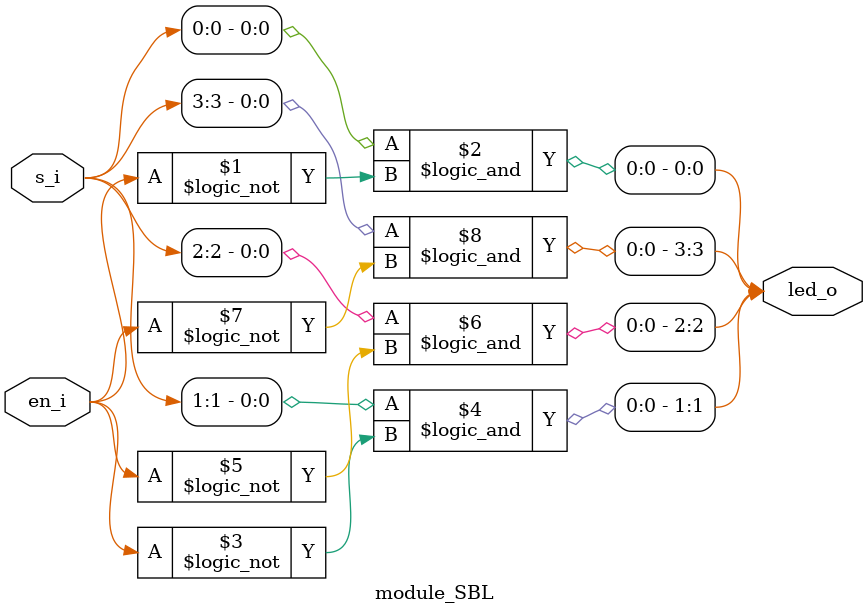
<source format=sv>
`timescale 1ns / 1ps


module module_SBL(
    input  logic [3:0] s_i,
    input  logic       en_i,
    output logic [3:0] led_o
    );
    
    assign led_o[0] = s_i[0] && (! en_i);
    assign led_o[1] = s_i[1] && (! en_i);
    assign led_o[2] = s_i[2] && (! en_i);
    assign led_o[3] = s_i[3] && (! en_i);
    
    
endmodule

</source>
